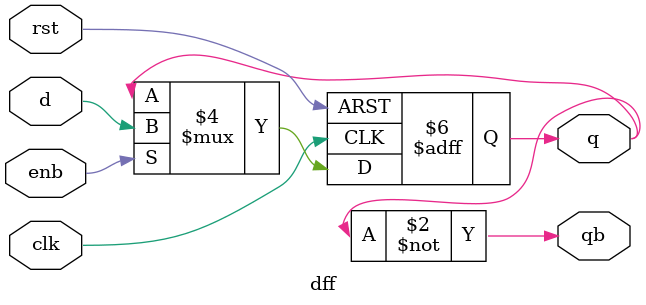
<source format=sv>
module dff(output reg q, qb, input clk, d, enb, rst);
  always @ (negedge clk or posedge rst)
    if (rst)
      q = 1'b0;
  	else if (enb)
  	  q = d;
  
  assign qb = ~q;
endmodule
</source>
